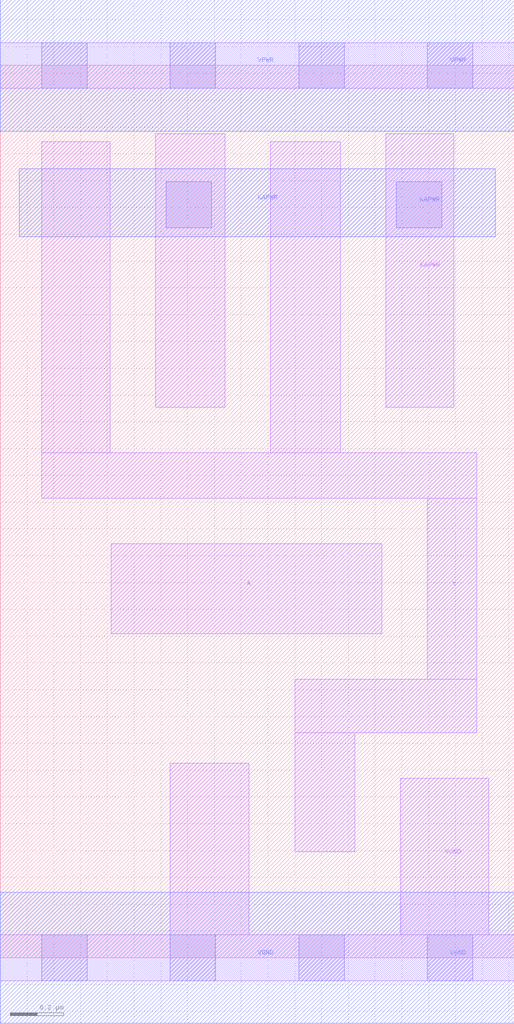
<source format=lef>
# Copyright 2020 The SkyWater PDK Authors
#
# Licensed under the Apache License, Version 2.0 (the "License");
# you may not use this file except in compliance with the License.
# You may obtain a copy of the License at
#
#     https://www.apache.org/licenses/LICENSE-2.0
#
# Unless required by applicable law or agreed to in writing, software
# distributed under the License is distributed on an "AS IS" BASIS,
# WITHOUT WARRANTIES OR CONDITIONS OF ANY KIND, either express or implied.
# See the License for the specific language governing permissions and
# limitations under the License.
#
# SPDX-License-Identifier: Apache-2.0

VERSION 5.7 ;
  NAMESCASESENSITIVE ON ;
  NOWIREEXTENSIONATPIN ON ;
  DIVIDERCHAR "/" ;
  BUSBITCHARS "[]" ;
UNITS
  DATABASE MICRONS 200 ;
END UNITS
MACRO sky130_fd_sc_lp__invkapwr_2
  CLASS CORE ;
  SOURCE USER ;
  FOREIGN sky130_fd_sc_lp__invkapwr_2 ;
  ORIGIN  0.000000  0.000000 ;
  SIZE  1.920000 BY  3.330000 ;
  SYMMETRY X Y ;
  SITE unit ;
  PIN A
    ANTENNAGATEAREA  0.693000 ;
    DIRECTION INPUT ;
    USE SIGNAL ;
    PORT
      LAYER li1 ;
        RECT 0.415000 1.210000 1.425000 1.545000 ;
    END
  END A
  PIN Y
    ANTENNADIFFAREA  0.804300 ;
    DIRECTION OUTPUT ;
    USE SIGNAL ;
    PORT
      LAYER li1 ;
        RECT 0.155000 1.715000 1.780000 1.885000 ;
        RECT 0.155000 1.885000 0.410000 3.045000 ;
        RECT 1.010000 1.885000 1.270000 3.045000 ;
        RECT 1.100000 0.395000 1.325000 0.840000 ;
        RECT 1.100000 0.840000 1.780000 1.040000 ;
        RECT 1.595000 1.040000 1.780000 1.715000 ;
    END
  END Y
  PIN KAPWR
    DIRECTION INOUT ;
    USE POWER ;
    PORT
      LAYER li1 ;
        RECT 0.580000 2.055000 0.840000 3.075000 ;
        RECT 1.440000 2.055000 1.695000 3.075000 ;
      LAYER mcon ;
        RECT 0.620000 2.725000 0.790000 2.895000 ;
        RECT 1.480000 2.725000 1.650000 2.895000 ;
      LAYER met1 ;
        RECT 0.070000 2.690000 1.850000 2.945000 ;
    END
  END KAPWR
  PIN VGND
    DIRECTION INOUT ;
    USE GROUND ;
    PORT
      LAYER li1 ;
        RECT 0.000000 -0.085000 1.920000 0.085000 ;
        RECT 0.635000  0.085000 0.930000 0.725000 ;
        RECT 1.495000  0.085000 1.825000 0.670000 ;
      LAYER mcon ;
        RECT 0.155000 -0.085000 0.325000 0.085000 ;
        RECT 0.635000 -0.085000 0.805000 0.085000 ;
        RECT 1.115000 -0.085000 1.285000 0.085000 ;
        RECT 1.595000 -0.085000 1.765000 0.085000 ;
      LAYER met1 ;
        RECT 0.000000 -0.245000 1.920000 0.245000 ;
    END
  END VGND
  PIN VPWR
    DIRECTION INOUT ;
    USE POWER ;
    PORT
      LAYER li1 ;
        RECT 0.000000 3.245000 1.920000 3.415000 ;
      LAYER mcon ;
        RECT 0.155000 3.245000 0.325000 3.415000 ;
        RECT 0.635000 3.245000 0.805000 3.415000 ;
        RECT 1.115000 3.245000 1.285000 3.415000 ;
        RECT 1.595000 3.245000 1.765000 3.415000 ;
      LAYER met1 ;
        RECT 0.000000 3.085000 1.920000 3.575000 ;
    END
  END VPWR
END sky130_fd_sc_lp__invkapwr_2

</source>
